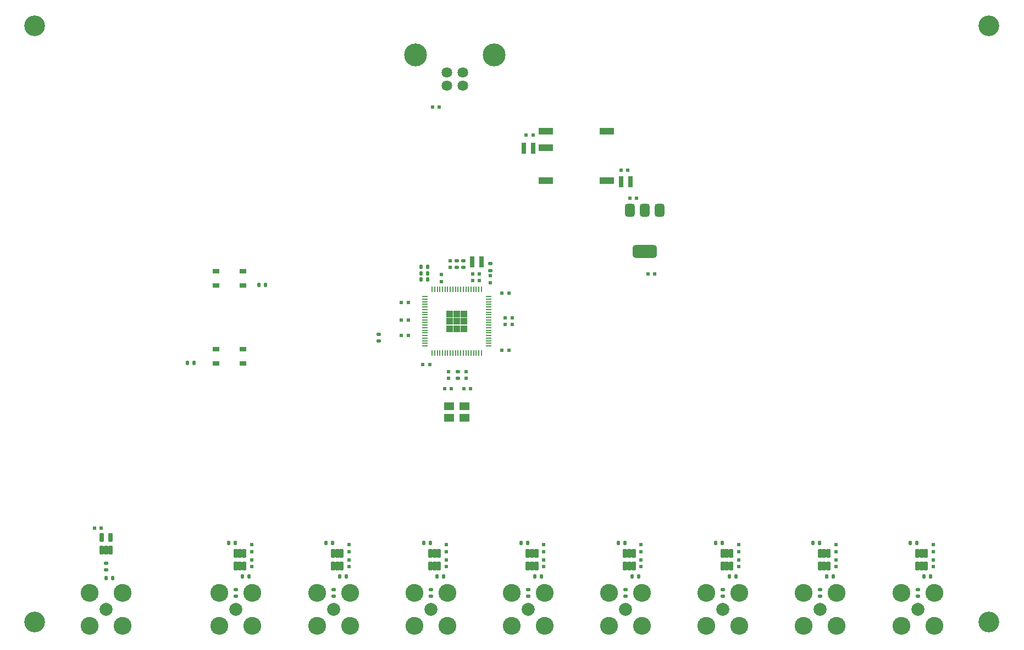
<source format=gbr>
%TF.GenerationSoftware,KiCad,Pcbnew,9.0.1*%
%TF.CreationDate,2025-12-24T17:34:11-06:00*%
%TF.ProjectId,opensync_prototype,6f70656e-7379-46e6-935f-70726f746f74,0.1*%
%TF.SameCoordinates,Original*%
%TF.FileFunction,Soldermask,Top*%
%TF.FilePolarity,Negative*%
%FSLAX46Y46*%
G04 Gerber Fmt 4.6, Leading zero omitted, Abs format (unit mm)*
G04 Created by KiCad (PCBNEW 9.0.1) date 2025-12-24 17:34:11*
%MOMM*%
%LPD*%
G01*
G04 APERTURE LIST*
G04 Aperture macros list*
%AMRoundRect*
0 Rectangle with rounded corners*
0 $1 Rounding radius*
0 $2 $3 $4 $5 $6 $7 $8 $9 X,Y pos of 4 corners*
0 Add a 4 corners polygon primitive as box body*
4,1,4,$2,$3,$4,$5,$6,$7,$8,$9,$2,$3,0*
0 Add four circle primitives for the rounded corners*
1,1,$1+$1,$2,$3*
1,1,$1+$1,$4,$5*
1,1,$1+$1,$6,$7*
1,1,$1+$1,$8,$9*
0 Add four rect primitives between the rounded corners*
20,1,$1+$1,$2,$3,$4,$5,0*
20,1,$1+$1,$4,$5,$6,$7,0*
20,1,$1+$1,$6,$7,$8,$9,0*
20,1,$1+$1,$8,$9,$2,$3,0*%
G04 Aperture macros list end*
%ADD10RoundRect,0.135000X0.135000X0.185000X-0.135000X0.185000X-0.135000X-0.185000X0.135000X-0.185000X0*%
%ADD11R,0.530000X0.470000*%
%ADD12R,0.470000X0.530000*%
%ADD13RoundRect,0.135000X-0.185000X0.135000X-0.185000X-0.135000X0.185000X-0.135000X0.185000X0.135000X0*%
%ADD14RoundRect,0.075500X-0.226500X0.621500X-0.226500X-0.621500X0.226500X-0.621500X0.226500X0.621500X0*%
%ADD15R,0.700000X1.700000*%
%ADD16C,3.200000*%
%ADD17RoundRect,0.135000X-0.135000X-0.185000X0.135000X-0.185000X0.135000X0.185000X-0.135000X0.185000X0*%
%ADD18R,1.050000X0.650000*%
%ADD19C,1.632000*%
%ADD20C,3.520000*%
%ADD21RoundRect,0.075500X0.226500X-0.621500X0.226500X0.621500X-0.226500X0.621500X-0.226500X-0.621500X0*%
%ADD22RoundRect,0.135000X0.185000X-0.135000X0.185000X0.135000X-0.185000X0.135000X-0.185000X-0.135000X0*%
%ADD23R,2.300000X1.000000*%
%ADD24RoundRect,0.055000X0.335000X-0.055000X0.335000X0.055000X-0.335000X0.055000X-0.335000X-0.055000X0*%
%ADD25RoundRect,0.055000X-0.055000X-0.335000X0.055000X-0.335000X0.055000X0.335000X-0.055000X0.335000X0*%
%ADD26C,0.600000*%
%ADD27R,1.133333X1.133333*%
%ADD28RoundRect,0.102000X0.650000X-0.525000X0.650000X0.525000X-0.650000X0.525000X-0.650000X-0.525000X0*%
%ADD29RoundRect,0.375000X-0.375000X0.625000X-0.375000X-0.625000X0.375000X-0.625000X0.375000X0.625000X0*%
%ADD30RoundRect,0.500000X-1.400000X0.500000X-1.400000X-0.500000X1.400000X-0.500000X1.400000X0.500000X0*%
%ADD31C,2.004000*%
%ADD32C,2.754000*%
G04 APERTURE END LIST*
D10*
%TO.C,R42*%
X204010000Y-134000000D03*
X202990000Y-134000000D03*
%TD*%
%TO.C,R32*%
X129010000Y-134000000D03*
X127990000Y-134000000D03*
%TD*%
D11*
%TO.C,C32*%
X159400000Y-130115000D03*
X159400000Y-129085000D03*
%TD*%
D10*
%TO.C,R17*%
X96910000Y-128800000D03*
X95890000Y-128800000D03*
%TD*%
D12*
%TO.C,C23*%
X76215000Y-126500000D03*
X75185000Y-126500000D03*
%TD*%
%TO.C,C22*%
X157347500Y-71285000D03*
X156317500Y-71285000D03*
%TD*%
D10*
%TO.C,R30*%
X114010000Y-134000000D03*
X112990000Y-134000000D03*
%TD*%
D13*
%TO.C,R41*%
X187000000Y-135990000D03*
X187000000Y-137010000D03*
%TD*%
D10*
%TO.C,R24*%
X201910000Y-128800000D03*
X200890000Y-128800000D03*
%TD*%
D11*
%TO.C,C5*%
X136200000Y-87600000D03*
X136200000Y-88630000D03*
%TD*%
D10*
%TO.C,R23*%
X186910000Y-128800000D03*
X185890000Y-128800000D03*
%TD*%
%TO.C,R18*%
X111910000Y-128800000D03*
X110890000Y-128800000D03*
%TD*%
D12*
%TO.C,C4*%
X133485000Y-87350000D03*
X134515000Y-87350000D03*
%TD*%
%TO.C,C3*%
X133110000Y-105020000D03*
X132080000Y-105020000D03*
%TD*%
D14*
%TO.C,U6*%
X113250000Y-130440000D03*
X112600000Y-130440000D03*
X111950000Y-130440000D03*
X111950000Y-132360000D03*
X112600000Y-132360000D03*
X113250000Y-132360000D03*
%TD*%
D12*
%TO.C,C18*%
X128315000Y-61600000D03*
X127285000Y-61600000D03*
%TD*%
D10*
%TO.C,R36*%
X159010000Y-134000000D03*
X157990000Y-134000000D03*
%TD*%
D11*
%TO.C,C10*%
X129700000Y-102385000D03*
X129700000Y-103415000D03*
%TD*%
D12*
%TO.C,C2*%
X129110000Y-105020000D03*
X130140000Y-105020000D03*
%TD*%
D11*
%TO.C,C29*%
X144400000Y-130115000D03*
X144400000Y-129085000D03*
%TD*%
D15*
%TO.C,L1*%
X133410000Y-85450000D03*
X134810000Y-85450000D03*
%TD*%
D10*
%TO.C,R28*%
X99010000Y-134000000D03*
X97990000Y-134000000D03*
%TD*%
D14*
%TO.C,U10*%
X173250000Y-130440000D03*
X172600000Y-130440000D03*
X171950000Y-130440000D03*
X171950000Y-132360000D03*
X172600000Y-132360000D03*
X173250000Y-132360000D03*
%TD*%
D16*
%TO.C,H4*%
X66000000Y-141000000D03*
%TD*%
D14*
%TO.C,U8*%
X143250000Y-130440000D03*
X142600000Y-130440000D03*
X141950000Y-130440000D03*
X141950000Y-132360000D03*
X142600000Y-132360000D03*
X143250000Y-132360000D03*
%TD*%
D17*
%TO.C,R10*%
X125490000Y-87200000D03*
X126510000Y-87200000D03*
%TD*%
D12*
%TO.C,C19*%
X157635000Y-75600000D03*
X158665000Y-75600000D03*
%TD*%
D17*
%TO.C,R6*%
X125490000Y-88150000D03*
X126510000Y-88150000D03*
%TD*%
D13*
%TO.C,R12*%
X132000000Y-85290000D03*
X132000000Y-86310000D03*
%TD*%
D10*
%TO.C,R34*%
X144010000Y-134000000D03*
X142990000Y-134000000D03*
%TD*%
D12*
%TO.C,C6*%
X123515000Y-94400000D03*
X122485000Y-94400000D03*
%TD*%
D18*
%TO.C,SW2*%
X98075000Y-101075000D03*
X93925000Y-101075000D03*
X98075000Y-98925000D03*
X93950000Y-98925000D03*
%TD*%
D12*
%TO.C,C1*%
X133485000Y-88300000D03*
X134515000Y-88300000D03*
%TD*%
D10*
%TO.C,R19*%
X126910000Y-128800000D03*
X125890000Y-128800000D03*
%TD*%
%TO.C,R38*%
X174010000Y-134000000D03*
X172990000Y-134000000D03*
%TD*%
D13*
%TO.C,R35*%
X142000000Y-135990000D03*
X142000000Y-137010000D03*
%TD*%
D10*
%TO.C,R3*%
X90510000Y-101000000D03*
X89490000Y-101000000D03*
%TD*%
D12*
%TO.C,C16*%
X138485000Y-95100000D03*
X139515000Y-95100000D03*
%TD*%
D11*
%TO.C,C33*%
X189400000Y-130115000D03*
X189400000Y-129085000D03*
%TD*%
D15*
%TO.C,L3*%
X156347500Y-73085000D03*
X157747500Y-73085000D03*
%TD*%
D13*
%TO.C,R37*%
X157000000Y-135990000D03*
X157000000Y-137010000D03*
%TD*%
%TO.C,R11*%
X131000000Y-85290000D03*
X131000000Y-86310000D03*
%TD*%
D15*
%TO.C,L2*%
X141347500Y-67893211D03*
X142747500Y-67893211D03*
%TD*%
D13*
%TO.C,R29*%
X97000000Y-135990000D03*
X97000000Y-137010000D03*
%TD*%
%TO.C,R31*%
X112000000Y-135990000D03*
X112000000Y-137010000D03*
%TD*%
%TO.C,R33*%
X127000000Y-135990000D03*
X127000000Y-137010000D03*
%TD*%
D11*
%TO.C,C39*%
X204400000Y-132415000D03*
X204400000Y-131385000D03*
%TD*%
D10*
%TO.C,R4*%
X101510000Y-89000000D03*
X100490000Y-89000000D03*
%TD*%
%TO.C,R40*%
X189010000Y-134000000D03*
X187990000Y-134000000D03*
%TD*%
D17*
%TO.C,R27*%
X76990000Y-134200000D03*
X78010000Y-134200000D03*
%TD*%
D10*
%TO.C,R21*%
X156910000Y-128800000D03*
X155890000Y-128800000D03*
%TD*%
D14*
%TO.C,U5*%
X98250000Y-130440000D03*
X97600000Y-130440000D03*
X96950000Y-130440000D03*
X96950000Y-132360000D03*
X97600000Y-132360000D03*
X98250000Y-132360000D03*
%TD*%
D11*
%TO.C,C25*%
X129400000Y-130115000D03*
X129400000Y-129085000D03*
%TD*%
D14*
%TO.C,U7*%
X128250000Y-130440000D03*
X127600000Y-130440000D03*
X126950000Y-130440000D03*
X126950000Y-132360000D03*
X127600000Y-132360000D03*
X128250000Y-132360000D03*
%TD*%
D19*
%TO.C,J1*%
X129450000Y-58240000D03*
X131950000Y-58240000D03*
X131950000Y-56240000D03*
X129450000Y-56240000D03*
D20*
X136720000Y-53530000D03*
X124680000Y-53530000D03*
%TD*%
D12*
%TO.C,C12*%
X123515000Y-91700000D03*
X122485000Y-91700000D03*
%TD*%
D10*
%TO.C,R20*%
X141910000Y-128800000D03*
X140890000Y-128800000D03*
%TD*%
D14*
%TO.C,U9*%
X158250000Y-130440000D03*
X157600000Y-130440000D03*
X156950000Y-130440000D03*
X156950000Y-132360000D03*
X157600000Y-132360000D03*
X158250000Y-132360000D03*
%TD*%
D12*
%TO.C,C13*%
X123515000Y-96800000D03*
X122485000Y-96800000D03*
%TD*%
D21*
%TO.C,U4*%
X76350000Y-129860000D03*
X77000000Y-129860000D03*
X77650000Y-129860000D03*
X77650000Y-127940000D03*
X76350000Y-127940000D03*
%TD*%
D11*
%TO.C,C26*%
X99400000Y-132415000D03*
X99400000Y-131385000D03*
%TD*%
D17*
%TO.C,R5*%
X125490000Y-86250000D03*
X126510000Y-86250000D03*
%TD*%
D14*
%TO.C,U12*%
X203250000Y-130440000D03*
X202600000Y-130440000D03*
X201950000Y-130440000D03*
X201950000Y-132360000D03*
X202600000Y-132360000D03*
X203250000Y-132360000D03*
%TD*%
D13*
%TO.C,R1*%
X136200000Y-85740000D03*
X136200000Y-86760000D03*
%TD*%
D11*
%TO.C,C36*%
X174400000Y-130115000D03*
X174400000Y-129085000D03*
%TD*%
%TO.C,C9*%
X130000000Y-86315000D03*
X130000000Y-85285000D03*
%TD*%
%TO.C,C28*%
X114400000Y-130115000D03*
X114400000Y-129085000D03*
%TD*%
D12*
%TO.C,C15*%
X137985000Y-99100000D03*
X139015000Y-99100000D03*
%TD*%
D16*
%TO.C,H1*%
X66000000Y-49000000D03*
%TD*%
D11*
%TO.C,C31*%
X144400000Y-132415000D03*
X144400000Y-131385000D03*
%TD*%
%TO.C,C27*%
X129400000Y-132415000D03*
X129400000Y-131385000D03*
%TD*%
D14*
%TO.C,U11*%
X188250000Y-130440000D03*
X187600000Y-130440000D03*
X186950000Y-130440000D03*
X186950000Y-132360000D03*
X187600000Y-132360000D03*
X188250000Y-132360000D03*
%TD*%
D13*
%TO.C,R43*%
X202000000Y-135990000D03*
X202000000Y-137010000D03*
%TD*%
D12*
%TO.C,C20*%
X142730000Y-65877500D03*
X141700000Y-65877500D03*
%TD*%
%TO.C,C8*%
X138485000Y-94100000D03*
X139515000Y-94100000D03*
%TD*%
D11*
%TO.C,C34*%
X159400000Y-132415000D03*
X159400000Y-131385000D03*
%TD*%
%TO.C,C7*%
X132400000Y-102385000D03*
X132400000Y-103415000D03*
%TD*%
D22*
%TO.C,R13*%
X77000000Y-132910000D03*
X77000000Y-131890000D03*
%TD*%
D11*
%TO.C,C35*%
X189400000Y-132415000D03*
X189400000Y-131385000D03*
%TD*%
D16*
%TO.C,H3*%
X213000000Y-141000000D03*
%TD*%
D18*
%TO.C,SW1*%
X93925000Y-86925000D03*
X98075000Y-86925000D03*
X93925000Y-89075000D03*
X98050000Y-89075000D03*
%TD*%
D11*
%TO.C,C38*%
X174400000Y-132415000D03*
X174400000Y-131385000D03*
%TD*%
D23*
%TO.C,U3*%
X144715000Y-65285000D03*
X144715000Y-67825000D03*
X144715000Y-72905000D03*
X154115000Y-72905000D03*
X154115000Y-65285000D03*
%TD*%
D11*
%TO.C,C37*%
X204400000Y-130115000D03*
X204400000Y-129085000D03*
%TD*%
%TO.C,C11*%
X128650000Y-88465000D03*
X128650000Y-87435000D03*
%TD*%
%TO.C,C24*%
X99400000Y-130115000D03*
X99400000Y-129085000D03*
%TD*%
D22*
%TO.C,R2*%
X131200000Y-103415000D03*
X131200000Y-102395000D03*
%TD*%
D24*
%TO.C,U2*%
X126103500Y-90800000D03*
X126103500Y-91200000D03*
X126103500Y-91600000D03*
X126103500Y-92000000D03*
X126103500Y-92400000D03*
X126103500Y-92800000D03*
X126103500Y-93200000D03*
X126103500Y-93600000D03*
X126103500Y-94000000D03*
X126103500Y-94400000D03*
X126103500Y-94800000D03*
X126103500Y-95200000D03*
X126103500Y-95600000D03*
X126103500Y-96000000D03*
X126103500Y-96400000D03*
X126103500Y-96800000D03*
X126103500Y-97200000D03*
X126103500Y-97600000D03*
X126103500Y-98000000D03*
X126103500Y-98400000D03*
D25*
X127200000Y-99496500D03*
X127600000Y-99496500D03*
X128000000Y-99496500D03*
X128400000Y-99496500D03*
X128800000Y-99496500D03*
X129200000Y-99496500D03*
X129600000Y-99496500D03*
X130000000Y-99496500D03*
X130400000Y-99496500D03*
X130800000Y-99496500D03*
X131200000Y-99496500D03*
X131600000Y-99496500D03*
X132000000Y-99496500D03*
X132400000Y-99496500D03*
X132800000Y-99496500D03*
X133200000Y-99496500D03*
X133600000Y-99496500D03*
X134000000Y-99496500D03*
X134400000Y-99496500D03*
X134800000Y-99496500D03*
D24*
X135896500Y-98400000D03*
X135896500Y-98000000D03*
X135896500Y-97600000D03*
X135896500Y-97200000D03*
X135896500Y-96800000D03*
X135896500Y-96400000D03*
X135896500Y-96000000D03*
X135896500Y-95600000D03*
X135896500Y-95200000D03*
X135896500Y-94800000D03*
X135896500Y-94400000D03*
X135896500Y-94000000D03*
X135896500Y-93600000D03*
X135896500Y-93200000D03*
X135896500Y-92800000D03*
X135896500Y-92400000D03*
X135896500Y-92000000D03*
X135896500Y-91600000D03*
X135896500Y-91200000D03*
X135896500Y-90800000D03*
D25*
X134800000Y-89703500D03*
X134400000Y-89703500D03*
X134000000Y-89703500D03*
X133600000Y-89703500D03*
X133200000Y-89703500D03*
X132800000Y-89703500D03*
X132400000Y-89703500D03*
X132000000Y-89703500D03*
X131600000Y-89703500D03*
X131200000Y-89703500D03*
X130800000Y-89703500D03*
X130400000Y-89703500D03*
X130000000Y-89703500D03*
X129600000Y-89703500D03*
X129200000Y-89703500D03*
X128800000Y-89703500D03*
X128400000Y-89703500D03*
X128000000Y-89703500D03*
X127600000Y-89703500D03*
X127200000Y-89703500D03*
D26*
X129866667Y-93466667D03*
D27*
X129866667Y-93466667D03*
D26*
X129866667Y-94600000D03*
D27*
X129866667Y-94600000D03*
D26*
X129866667Y-95733333D03*
D27*
X129866667Y-95733333D03*
D26*
X131000000Y-93466667D03*
D27*
X131000000Y-93466667D03*
D26*
X131000000Y-94600000D03*
D27*
X131000000Y-94600000D03*
D26*
X131000000Y-95733333D03*
D27*
X131000000Y-95733333D03*
D26*
X132133333Y-93466667D03*
D27*
X132133333Y-93466667D03*
D26*
X132133333Y-94600000D03*
D27*
X132133333Y-94600000D03*
D26*
X132133333Y-95733333D03*
D27*
X132133333Y-95733333D03*
%TD*%
D13*
%TO.C,R39*%
X172000000Y-135990000D03*
X172000000Y-137010000D03*
%TD*%
D28*
%TO.C,Y1*%
X129850000Y-109475000D03*
X132150000Y-109475000D03*
X132150000Y-107725000D03*
X129850000Y-107725000D03*
%TD*%
D12*
%TO.C,C17*%
X126815000Y-101300000D03*
X125785000Y-101300000D03*
%TD*%
D11*
%TO.C,C30*%
X114400000Y-132415000D03*
X114400000Y-131385000D03*
%TD*%
D29*
%TO.C,U1*%
X162262500Y-77500000D03*
X159962500Y-77500000D03*
D30*
X159962500Y-83800000D03*
D29*
X157662500Y-77500000D03*
%TD*%
D12*
%TO.C,C14*%
X137985000Y-90300000D03*
X139015000Y-90300000D03*
%TD*%
D10*
%TO.C,R22*%
X171910000Y-128800000D03*
X170890000Y-128800000D03*
%TD*%
D12*
%TO.C,C21*%
X160472500Y-87300000D03*
X161502500Y-87300000D03*
%TD*%
D16*
%TO.C,H2*%
X213000000Y-49000000D03*
%TD*%
D22*
%TO.C,R7*%
X119000000Y-97610000D03*
X119000000Y-96590000D03*
%TD*%
D31*
%TO.C,J6*%
X127000000Y-139000000D03*
D32*
X129540000Y-136460000D03*
X124460000Y-136460000D03*
X124460000Y-141540000D03*
X129540000Y-141540000D03*
%TD*%
D31*
%TO.C,J10*%
X187000000Y-139000000D03*
D32*
X189540000Y-136460000D03*
X184460000Y-136460000D03*
X184460000Y-141540000D03*
X189540000Y-141540000D03*
%TD*%
D31*
%TO.C,J9*%
X172000000Y-139000000D03*
D32*
X174540000Y-136460000D03*
X169460000Y-136460000D03*
X169460000Y-141540000D03*
X174540000Y-141540000D03*
%TD*%
D31*
%TO.C,J4*%
X97000000Y-139000000D03*
D32*
X99540000Y-136460000D03*
X94460000Y-136460000D03*
X94460000Y-141540000D03*
X99540000Y-141540000D03*
%TD*%
D31*
%TO.C,J8*%
X157000000Y-139000000D03*
D32*
X159540000Y-136460000D03*
X154460000Y-136460000D03*
X154460000Y-141540000D03*
X159540000Y-141540000D03*
%TD*%
D31*
%TO.C,J11*%
X202000000Y-139000000D03*
D32*
X204540000Y-136460000D03*
X199460000Y-136460000D03*
X199460000Y-141540000D03*
X204540000Y-141540000D03*
%TD*%
D31*
%TO.C,J2*%
X77000000Y-139000000D03*
D32*
X79540000Y-136460000D03*
X74460000Y-136460000D03*
X74460000Y-141540000D03*
X79540000Y-141540000D03*
%TD*%
D31*
%TO.C,J7*%
X142000000Y-139000000D03*
D32*
X144540000Y-136460000D03*
X139460000Y-136460000D03*
X139460000Y-141540000D03*
X144540000Y-141540000D03*
%TD*%
D31*
%TO.C,J5*%
X112000000Y-139000000D03*
D32*
X114540000Y-136460000D03*
X109460000Y-136460000D03*
X109460000Y-141540000D03*
X114540000Y-141540000D03*
%TD*%
M02*

</source>
